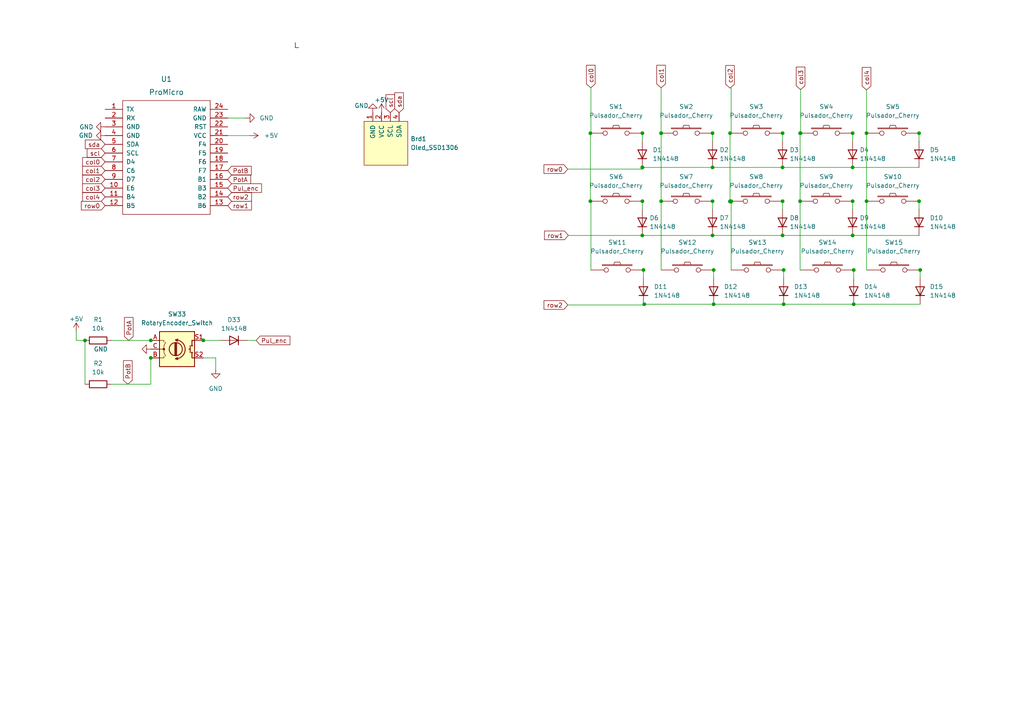
<source format=kicad_sch>
(kicad_sch (version 20211123) (generator eeschema)
  (paper "A4")
  (title_block (title "KeMacro") (date "2022-11-01") (rev "1.0"))
  (lib_symbols
    (symbol "Componentes:1N4148" (pin_numbers hide) (pin_names hide)
      (property "Reference" "D" (at 0 2.54 0))
      (property "Value" "1N4148" (at 0 -2.54 0))
      (symbol "1N4148_0_1"
        (polyline (pts (xy -1.27 1.27) (xy -1.27 -1.27)) (stroke (width 0.254)))
        (polyline (pts (xy 1.27 0) (xy -1.27 0)))
        (polyline (pts (xy 1.27 1.27) (xy 1.27 -1.27) (xy -1.27 0) (xy 1.27 1.27)) (stroke (width 0.254)))
      )
      (symbol "1N4148_1_1"
        (pin passive line (at -3.81 0 0) (length 2.54) (name "K") (number "1"))
        (pin passive line (at 3.81 0 180) (length 2.54) (name "A") (number "2"))
      )
    )
    (symbol "Componentes:Oled_SSD1306" (pin_names (offset 1.016))
      (property "Reference" "Brd" (at 0 -3.81 0))
      (property "Value" "Oled_SSD1306" (at 0 -1.27 0))
      (symbol "Oled_SSD1306_0_1"
        (rectangle (start -6.35 6.35) (end 6.35 -6.35) (fill (type background)))
      )
      (symbol "Oled_SSD1306_1_1"
        (pin input line (at -3.81 8.89 270) (length 2.54) (name "GND") (number "1"))
        (pin input line (at -1.27 8.89 270) (length 2.54) (name "VCC") (number "2"))
        (pin input line (at 1.27 8.89 270) (length 2.54) (name "SCL") (number "3"))
        (pin input line (at 3.81 8.89 270) (length 2.54) (name "SDA") (number "4"))
      )
    )
    (symbol "Componentes:ProMicro" (pin_names (offset 1.016))
      (property "Reference" "U" (at 0 24.13 0))
      (property "Value" "ProMicro" (at 0 -13.97 0))
      (symbol "ProMicro_0_1"
        (rectangle (start -12.7 21.59) (end 12.7 -11.43))
      )
      (symbol "ProMicro_1_1"
        (pin bidirectional line (at -17.78 19.05 0) (length 5.08) (name "TX") (number "1"))
        (pin bidirectional line (at -17.78 -3.81 0) (length 5.08) (name "E6") (number "10"))
        (pin bidirectional line (at -17.78 -6.35 0) (length 5.08) (name "B4") (number "11"))
        (pin bidirectional line (at -17.78 -8.89 0) (length 5.08) (name "B5") (number "12"))
        (pin bidirectional line (at 17.78 -8.89 180) (length 5.08) (name "B6") (number "13"))
        (pin bidirectional line (at 17.78 -6.35 180) (length 5.08) (name "B2") (number "14"))
        (pin bidirectional line (at 17.78 -3.81 180) (length 5.08) (name "B3") (number "15"))
        (pin bidirectional line (at 17.78 -1.27 180) (length 5.08) (name "B1") (number "16"))
        (pin bidirectional line (at 17.78 1.27 180) (length 5.08) (name "F7") (number "17"))
        (pin bidirectional line (at 17.78 3.81 180) (length 5.08) (name "F6") (number "18"))
        (pin bidirectional line (at 17.78 6.35 180) (length 5.08) (name "F5") (number "19"))
        (pin bidirectional line (at -17.78 16.51 0) (length 5.08) (name "RX") (number "2"))
        (pin bidirectional line (at 17.78 8.89 180) (length 5.08) (name "F4") (number "20"))
        (pin power_in line (at 17.78 11.43 180) (length 5.08) (name "VCC") (number "21"))
        (pin input line (at 17.78 13.97 180) (length 5.08) (name "RST") (number "22"))
        (pin power_in line (at 17.78 16.51 180) (length 5.08) (name "GND") (number "23"))
        (pin power_out line (at 17.78 19.05 180) (length 5.08) (name "RAW") (number "24"))
        (pin power_in line (at -17.78 13.97 0) (length 5.08) (name "GND") (number "3"))
        (pin power_in line (at -17.78 11.43 0) (length 5.08) (name "GND") (number "4"))
        (pin bidirectional line (at -17.78 8.89 0) (length 5.08) (name "SDA") (number "5"))
        (pin bidirectional line (at -17.78 6.35 0) (length 5.08) (name "SCL") (number "6"))
        (pin bidirectional line (at -17.78 3.81 0) (length 5.08) (name "D4") (number "7"))
        (pin bidirectional line (at -17.78 1.27 0) (length 5.08) (name "C6") (number "8"))
        (pin bidirectional line (at -17.78 -1.27 0) (length 5.08) (name "D7") (number "9"))
      )
    )
    (symbol "Componentes:Pulsador_Cherry" (pin_numbers hide) (pin_names (offset 1.016) hide)
      (property "Reference" "SW1" (at 0 7.62 0))
      (property "Value" "Pulsador_Cherry" (at 0 5.08 0))
      (symbol "Pulsador_Cherry_0_1"
        (rectangle (start -4.318 1.27) (end 4.318 1.524))
        (polyline (pts (xy -1.016 1.524) (xy -0.762 2.286) (xy 0.762 2.286) (xy 1.016 1.524)))
        (pin passive inverted (at -7.62 0 0) (length 5.08) (name "1") (number "1"))
        (pin passive inverted (at 7.62 0 180) (length 5.08) (name "2") (number "2"))
      )
    )
    (symbol "Componentes:Resistencia" (pin_numbers hide) (pin_names (offset 0))
      (property "Reference" "R" (at 2.032 0 90))
      (property "Value" "Resistencia" (at 0 0 90))
      (symbol "Resistencia_0_1"
        (rectangle (start -1.016 -2.54) (end 1.016 2.54) (stroke (width 0.254)))
      )
      (symbol "Resistencia_1_1"
        (pin passive line (at 0 3.81 270) (length 1.27) (name "~") (number "1"))
        (pin passive line (at 0 -3.81 90) (length 1.27) (name "~") (number "2"))
      )
    )
    (symbol "Componentes:RotaryEncoder_Switch" (pin_names (offset 0.254) hide)
      (property "Reference" "SW" (at 0 6.604 0))
      (property "Value" "RotaryEncoder_Switch" (at 0 -6.604 0))
      (symbol "RotaryEncoder_Switch_0_1"
        (rectangle (start -5.08 5.08) (end 5.08 -5.08) (stroke (width 0.254)) (fill (type background)))
        (circle (center -3.81 0) (radius 0.254) (fill (type outline)))
        (arc (start -0.381 -2.794) (mid 2.3622 -0.0508) (end -0.381 2.667) (stroke (width 0.254)))
        (circle (center -0.381 0) (radius 1.905) (stroke (width 0.254)))
        (polyline (pts (xy -0.635 -1.778) (xy -0.635 1.778)) (stroke (width 0.254)))
        (polyline (pts (xy -0.381 -1.778) (xy -0.381 1.778)) (stroke (width 0.254)))
        (polyline (pts (xy -0.127 1.778) (xy -0.127 -1.778)) (stroke (width 0.254)))
        (polyline (pts (xy 3.81 0) (xy 3.429 0)) (stroke (width 0.254)))
        (polyline (pts (xy 3.81 1.016) (xy 3.81 -1.016)) (stroke (width 0.254)))
        (polyline (pts (xy -5.08 -2.54) (xy -3.81 -2.54) (xy -3.81 -2.032)))
        (polyline (pts (xy -5.08 2.54) (xy -3.81 2.54) (xy -3.81 2.032)))
        (polyline (pts (xy 0.254 -3.048) (xy -0.508 -2.794) (xy 0.127 -2.413)) (stroke (width 0.254)))
        (polyline (pts (xy 0.254 2.921) (xy -0.508 2.667) (xy 0.127 2.286)) (stroke (width 0.254)))
        (polyline (pts (xy 5.08 -2.54) (xy 4.318 -2.54) (xy 4.318 -1.016)) (stroke (width 0.254)))
        (polyline (pts (xy 5.08 2.54) (xy 4.318 2.54) (xy 4.318 1.016)) (stroke (width 0.254)))
        (polyline (pts (xy -5.08 0) (xy -3.81 0) (xy -3.81 -1.016) (xy -3.302 -2.032)))
        (polyline (pts (xy -4.318 0) (xy -3.81 0) (xy -3.81 1.016) (xy -3.302 2.032)))
        (circle (center 4.318 -1.016) (radius 0.127) (stroke (width 0.254)))
        (circle (center 4.318 1.016) (radius 0.127) (stroke (width 0.254)))
      )
      (symbol "RotaryEncoder_Switch_1_1"
        (pin passive line (at -7.62 2.54 0) (length 2.54) (name "A") (number "A"))
        (pin passive line (at -7.62 -2.54 0) (length 2.54) (name "B") (number "B"))
        (pin passive line (at -7.62 0 0) (length 2.54) (name "C") (number "C"))
        (pin passive line (at 7.62 2.54 180) (length 2.54) (name "S1") (number "S1"))
        (pin passive line (at 7.62 -2.54 180) (length 2.54) (name "S2") (number "S2"))
      )
    )
    (symbol "power:+5V" (power) (pin_names (offset 0))
      (property "Value" "+5V" (at 0 3.556 0))
      (symbol "+5V_0_1"
        (polyline (pts (xy -0.762 1.27) (xy 0 2.54)))
        (polyline (pts (xy 0 0) (xy 0 2.54)))
        (polyline (pts (xy 0 2.54) (xy 0.762 1.27)))
      )
      (symbol "+5V_1_1"
        (pin power_in line (at 0 0 90) (length 0) hide (name "+5V") (number "1"))
      )
    )
    (symbol "power:GND" (power) (pin_names (offset 0))
      (property "Value" "GND" (at 0 -3.81 0))
      (symbol "GND_0_1"
        (polyline (pts (xy 0 0) (xy 0 -1.27) (xy 1.27 -1.27) (xy 0 -2.54) (xy -1.27 -1.27) (xy 0 -1.27)))
      )
      (symbol "GND_1_1"
        (pin power_in line (at 0 0 270) (length 0) hide (name "GND") (number "1"))
      )
    )
  )
  (junction (at 191.7587 58.3567))
  (junction (at 212.0652 58.4779))
  (junction (at 186.3359 48.5612))
  (junction (at 171.2346 38.6262))
  (junction (at 186.3089 58.3567))
  (junction (at 251.3264 58.3567))
  (junction (at 186.633 78.3075))
  (junction (at 226.9811 58.3567))
  (junction (at 43.7373 103.8044))
  (junction (at 226.9676 68.2917))
  (junction (at 186.2954 68.2917))
  (junction (at 247.3011 38.6262))
  (junction (at 247.6117 88.2425))
  (junction (at 211.7411 58.4779))
  (junction (at 211.7411 58.3567))
  (junction (at 186.2954 48.5612))
  (junction (at 266.5664 38.6262))
  (junction (at 232.0611 38.6262))
  (junction (at 247.2876 68.2917))
  (junction (at 43.7373 98.7244))
  (junction (at 226.9676 48.5612))
  (junction (at 186.3089 38.6262))
  (junction (at 206.6611 58.3567))
  (junction (at 206.9987 78.3075))
  (junction (at 232.0611 58.3567))
  (junction (at 206.6611 48.5612))
  (junction (at 191.7452 38.6262))
  (junction (at 24.6515 98.7434))
  (junction (at 191.7587 38.6262))
  (junction (at 232.2028 38.6262))
  (junction (at 227.3052 78.3075))
  (junction (at 227.2917 88.2425))
  (junction (at 206.9852 88.2425))
  (junction (at 171.2346 58.3567))
  (junction (at 58.9773 98.7244))
  (junction (at 266.8905 78.3075))
  (junction (at 206.6611 68.2917))
  (junction (at 247.2876 48.5612))
  (junction (at 212.0652 58.3567))
  (junction (at 247.6252 78.3075))
  (junction (at 211.7411 38.6262))
  (junction (at 251.3264 38.6262))
  (junction (at 266.5664 58.3567))
  (junction (at 226.9811 38.6262))
  (junction (at 186.8639 88.2425))
  (junction (at 206.6611 38.6262))
  (junction (at 247.3011 58.3567))
  (wire (pts (xy 232.3852 38.6262) (xy 232.2028 38.6262)))
  (wire (pts (xy 186.2954 68.2917) (xy 164.8341 68.2917)))
  (wire (pts (xy 186.2954 68.2917) (xy 206.6611 68.2917)))
  (wire (pts (xy 186.3359 48.5612) (xy 206.6611 48.5612)))
  (wire (pts (xy 251.3264 26.0969) (xy 251.3264 38.6262)))
  (wire (pts (xy 58.9773 98.733) (xy 58.9773 98.7244)))
  (wire (pts (xy 186.6195 78.3075) (xy 186.633 78.3075)))
  (wire (pts (xy 247.2876 38.6262) (xy 247.3011 38.6262)))
  (wire (pts (xy 232.2028 25.9872) (xy 232.2028 38.6262)))
  (wire (pts (xy 191.7587 38.6262) (xy 191.7587 58.3567)))
  (wire (pts (xy 186.2954 48.5612) (xy 186.3359 48.5612)))
  (wire (pts (xy 266.877 80.6225) (xy 266.877 78.3075)))
  (wire (pts (xy 206.6476 38.6262) (xy 206.6611 38.6262)))
  (wire (pts (xy 232.0611 58.3567) (xy 232.0611 78.3075)))
  (wire (pts (xy 186.2954 58.3567) (xy 186.3089 58.3567)))
  (wire (pts (xy 247.2876 58.3567) (xy 247.3011 58.3567)))
  (wire (pts (xy 212.0652 58.4779) (xy 212.0652 58.3567)))
  (wire (pts (xy 266.5529 40.9412) (xy 266.5529 38.6262)))
  (wire (pts (xy 186.2954 49.049) (xy 186.2954 48.5612)))
  (wire (pts (xy 251.3264 58.3567) (xy 251.3264 78.3075)))
  (wire (pts (xy 191.7452 25.4657) (xy 191.7452 38.6262)))
  (wire (pts (xy 226.9676 38.6262) (xy 226.9811 38.6262)))
  (wire (pts (xy 66.0501 34.2444) (xy 71.2415 34.2444)))
  (wire (pts (xy 247.6117 78.3075) (xy 247.6252 78.3075)))
  (wire (pts (xy 212.0652 25.5389) (xy 211.7411 25.5389)))
  (wire (pts (xy 58.9773 103.8044) (xy 62.5699 103.8044)))
  (wire (pts (xy 74.2923 98.7405) (xy 74.2923 98.7319)))
  (wire (pts (xy 171.2346 58.3567) (xy 171.0689 58.3567)))
  (wire (pts (xy 164.6695 49.049) (xy 186.2954 49.049)))
  (wire (pts (xy 43.7373 98.7434) (xy 43.7373 98.7244)))
  (wire (pts (xy 206.9852 78.3075) (xy 206.9987 78.3075)))
  (wire (pts (xy 226.9676 68.2917) (xy 247.2876 68.2917)))
  (wire (pts (xy 206.6611 48.5612) (xy 226.9676 48.5612)))
  (wire (pts (xy 247.2876 60.6717) (xy 247.2876 58.3567)))
  (wire (pts (xy 247.6117 88.2425) (xy 266.877 88.2425)))
  (wire (pts (xy 247.6117 80.6225) (xy 247.6117 78.3075)))
  (wire (pts (xy 206.6611 68.2917) (xy 226.9676 68.2917)))
  (wire (pts (xy 206.6476 58.3567) (xy 206.6611 58.3567)))
  (wire (pts (xy 226.9676 58.3567) (xy 226.9811 58.3567)))
  (wire (pts (xy 212.0652 58.3567) (xy 211.7411 58.3567)))
  (wire (pts (xy 22.1115 98.7434) (xy 24.6515 98.7434)))
  (wire (pts (xy 164.685 88.454) (xy 186.8639 88.454)))
  (wire (pts (xy 212.0652 38.6262) (xy 212.0652 25.5389)))
  (wire (pts (xy 226.9676 48.5612) (xy 247.2876 48.5612)))
  (wire (pts (xy 171.2346 38.6262) (xy 171.393 38.6262)))
  (wire (pts (xy 247.2876 40.9412) (xy 247.2876 38.6262)))
  (wire (pts (xy 232.0611 78.3075) (xy 232.3852 78.3075)))
  (wire (pts (xy 186.8639 88.2425) (xy 206.9852 88.2425)))
  (wire (pts (xy 171.393 25.4657) (xy 171.3529 25.4657)))
  (wire (pts (xy 186.2954 40.9412) (xy 186.2954 38.6262)))
  (wire (pts (xy 186.2954 38.6262) (xy 186.3089 38.6262)))
  (wire (pts (xy 227.2917 88.2425) (xy 247.6117 88.2425)))
  (wire (pts (xy 43.7415 103.8044) (xy 43.7415 111.4434)))
  (wire (pts (xy 186.6195 88.2425) (xy 186.8639 88.2425)))
  (wire (pts (xy 62.5699 103.8044) (xy 62.5699 107.1554)))
  (wire (pts (xy 191.7452 38.6262) (xy 191.4211 38.6262)))
  (wire (pts (xy 266.5529 60.6717) (xy 266.5529 58.3567)))
  (wire (pts (xy 227.2917 78.3075) (xy 227.3052 78.3075)))
  (wire (pts (xy 211.7411 58.3567) (xy 211.7411 58.4779)))
  (wire (pts (xy 206.6611 60.6717) (xy 206.6611 58.3567)))
  (wire (pts (xy 171.393 78.3075) (xy 171.393 58.3567)))
  (wire (pts (xy 266.5529 38.6262) (xy 266.5664 38.6262)))
  (wire (pts (xy 186.6195 80.6225) (xy 186.6195 78.3075)))
  (wire (pts (xy 266.877 78.3075) (xy 266.8905 78.3075)))
  (wire (pts (xy 71.6804 98.733) (xy 74.2923 98.7405)))
  (wire (pts (xy 32.2715 98.7434) (xy 43.7373 98.7434)))
  (wire (pts (xy 247.2876 68.2917) (xy 266.5529 68.2917)))
  (wire (pts (xy 212.0652 78.3075) (xy 212.0652 58.4779)))
  (wire (pts (xy 191.7587 58.3567) (xy 191.7587 78.3075)))
  (wire (pts (xy 226.9676 60.6717) (xy 226.9676 58.3567)))
  (wire (pts (xy 211.7411 58.4779) (xy 212.0652 58.4779)))
  (wire (pts (xy 251.6505 38.6262) (xy 251.3264 38.6262)))
  (wire (pts (xy 206.9852 80.6225) (xy 206.9852 78.3075)))
  (polyline (pts (xy 85.6601 12.3552) (xy 85.6601 13.8032)))
  (wire (pts (xy 206.9852 88.2425) (xy 227.2917 88.2425)))
  (wire (pts (xy 164.8341 68.2917) (xy 164.8341 68.2634)))
  (wire (pts (xy 227.2917 80.6225) (xy 227.2917 78.3075)))
  (wire (pts (xy 171.2346 58.3567) (xy 171.2346 38.6262)))
  (wire (pts (xy 191.7587 38.6262) (xy 191.7452 38.6262)))
  (wire (pts (xy 43.7415 111.4434) (xy 32.2715 111.4434)))
  (wire (pts (xy 171.0689 38.6262) (xy 171.2346 38.6262)))
  (wire (pts (xy 186.8639 88.454) (xy 186.8639 88.2425)))
  (wire (pts (xy 24.6515 111.4434) (xy 24.6515 98.7434)))
  (wire (pts (xy 22.1115 96.2034) (xy 22.1115 98.7434)))
  (wire (pts (xy 232.2028 38.6262) (xy 232.0611 38.6262)))
  (wire (pts (xy 247.2876 48.5612) (xy 266.5529 48.5612)))
  (wire (pts (xy 251.3264 78.3075) (xy 251.6505 78.3075)))
  (wire (pts (xy 171.393 58.3567) (xy 171.2346 58.3567)))
  (wire (pts (xy 43.7373 103.8044) (xy 43.7415 103.8044)))
  (wire (pts (xy 64.0604 98.733) (xy 58.9773 98.733)))
  (wire (pts (xy 206.6611 40.9412) (xy 206.6611 38.6262)))
  (wire (pts (xy 226.9676 40.9412) (xy 226.9676 38.6262)))
  (polyline (pts (xy 85.6601 13.8032) (xy 86.6254 13.8032)))
  (wire (pts (xy 266.5529 58.3567) (xy 266.5664 58.3567)))
  (wire (pts (xy 211.7411 38.6262) (xy 211.7411 58.3567)))
  (wire (pts (xy 212.0652 38.6262) (xy 211.7411 38.6262)))
  (wire (pts (xy 171.393 38.6262) (xy 171.393 25.4657)))
  (wire (pts (xy 191.7587 58.3567) (xy 191.4211 58.3567)))
  (wire (pts (xy 186.2954 60.6717) (xy 186.2954 58.3567)))
  (wire (pts (xy 232.0611 38.6262) (xy 232.0611 58.3567)))
  (wire (pts (xy 251.3264 38.6262) (xy 251.3264 58.3567)))
  (wire (pts (xy 66.0501 39.3244) (xy 72.3376 39.3244)))
  (global_label "col1" (shape input) (at 191.7452 25.4657 90) (property "Referencias entre hojas" "${INTERSHEET_REFS}" (effects hide)))
  (global_label "col2" (shape input) (at 211.7411 25.5389 90) (property "Referencias entre hojas" "${INTERSHEET_REFS}" (effects hide)))
  (global_label "Pul_enc" (shape input) (at 66.0501 54.5644 0) (property "Intersheet References" "${INTERSHEET_REFS}" (effects hide)))
  (global_label "col3" (shape input) (at 232.2028 25.9872 90) (property "Referencias entre hojas" "${INTERSHEET_REFS}" (effects hide)))
  (global_label "PotA" (shape input) (at 66.0501 52.0244 0) (property "Intersheet References" "${INTERSHEET_REFS}" (effects hide)))
  (global_label "row1" (shape input) (at 66.0501 59.6444 0) (property "Referencias entre hojas" "${INTERSHEET_REFS}" (effects hide)))
  (global_label "col0" (shape input) (at 30.4901 46.9444 180) (property "Referencias entre hojas" "${INTERSHEET_REFS}" (effects hide)))
  (global_label "row0" (shape input) (at 164.6695 49.049 180) (property "Referencias entre hojas" "${INTERSHEET_REFS}" (effects hide)))
  (global_label "sda" (shape input) (at 30.4901 41.8644 180) (property "Intersheet References" "${INTERSHEET_REFS}" (effects hide)))
  (global_label "scl" (shape input) (at 30.4901 44.4044 180) (property "Intersheet References" "${INTERSHEET_REFS}" (effects hide)))
  (global_label "row1" (shape input) (at 164.8341 68.2634 180) (property "Referencias entre hojas" "${INTERSHEET_REFS}" (effects hide)))
  (global_label "PotB" (shape input) (at 66.0501 49.4844 0) (property "Intersheet References" "${INTERSHEET_REFS}" (effects hide)))
  (global_label "row0" (shape input) (at 30.4901 59.6444 180) (property "Referencias entre hojas" "${INTERSHEET_REFS}" (effects hide)))
  (global_label "PotA" (shape input) (at 37.3535 98.7434 90) (property "Intersheet References" "${INTERSHEET_REFS}" (effects hide)))
  (global_label "Pul_enc" (shape input) (at 74.2923 98.7319 0) (property "Intersheet References" "${INTERSHEET_REFS}" (effects hide)))
  (global_label "sda" (shape input) (at 115.7504 32.6543 90) (property "Intersheet References" "${INTERSHEET_REFS}" (effects hide)))
  (global_label "row2" (shape input) (at 66.0501 57.1044 0) (property "Referencias entre hojas" "${INTERSHEET_REFS}" (effects hide)))
  (global_label "col4" (shape input) (at 251.3264 26.0969 90) (property "Referencias entre hojas" "${INTERSHEET_REFS}" (effects hide)))
  (global_label "col0" (shape input) (at 171.3529 25.4657 90) (property "Referencias entre hojas" "${INTERSHEET_REFS}" (effects hide)))
  (global_label "col1" (shape input) (at 30.4901 49.4844 180) (property "Referencias entre hojas" "${INTERSHEET_REFS}" (effects hide)))
  (global_label "row2" (shape input) (at 164.685 88.454 180) (property "Referencias entre hojas" "${INTERSHEET_REFS}" (effects hide)))
  (global_label "scl" (shape input) (at 113.2104 32.6543 90) (property "Intersheet References" "${INTERSHEET_REFS}" (effects hide)))
  (global_label "col3" (shape input) (at 30.4901 54.5644 180) (property "Referencias entre hojas" "${INTERSHEET_REFS}" (effects hide)))
  (global_label "col2" (shape input) (at 30.4901 52.0244 180) (property "Referencias entre hojas" "${INTERSHEET_REFS}" (effects hide)))
  (global_label "PotB" (shape input) (at 37.0675 111.4434 90) (property "Intersheet References" "${INTERSHEET_REFS}" (effects hide)))
  (global_label "col4" (shape input) (at 30.4901 57.1044 180) (property "Referencias entre hojas" "${INTERSHEET_REFS}" (effects hide)))
  (symbol (lib_id "Componentes:1N4148") (at 227.2917 84.4325 90) (unit 1)
    (property "Reference" "D13" (at 230.2899 83.1624 90) (effects (justify right)))
    (property "Value" "1N4148" (at 230.2899 85.7024 90) (effects (justify right)))
    (property "Footprint" "Diode_THT:D_DO-35_SOD27_P7.62mm_Horizontal" (effects hide))
    (property "Datasheet" "https://assets.nexperia.com/documents/data-sheet/1N4148_1N4448.pdf" (effects hide))
  )
  (symbol (lib_id "Componentes:1N4148") (at 206.6611 44.7512 90) (unit 1)
    (property "Reference" "D2" (at 208.6999 43.4811 90) (effects (justify right)))
    (property "Value" "1N4148" (at 208.6999 46.0211 90) (effects (justify right)))
    (property "Footprint" "Diode_THT:D_DO-35_SOD27_P7.62mm_Horizontal" (effects hide))
    (property "Datasheet" "https://assets.nexperia.com/documents/data-sheet/1N4148_1N4448.pdf" (effects hide))
  )
  (symbol (lib_id "power:GND") (at 30.4901 36.7844 270) (unit 1)
    (property "Reference" "#PWR0101" (effects hide))
    (property "Value" "GND" (at 23.0199 36.8269 90) (effects (justify left)))
  )
  (symbol (lib_id "Componentes:RotaryEncoder_Switch") (at 51.3573 101.2644 0) (unit 1)
    (property "Reference" "SW33" (at 51.3573 91.1234 0))
    (property "Value" "RotaryEncoder_Switch" (at 51.3573 93.6634 0))
    (property "Footprint" "Mis_Huellas:RotaryEncoder_Alps_EC11E-Switch_Vertical_H20mm" (effects hide))
  )
  (symbol (lib_id "power:GND") (at 71.2415 34.2444 90) (unit 1)
    (property "Reference" "#PWR0104" (effects hide))
    (property "Value" "GND" (at 75.2686 34.2443 90) (effects (justify right)))
  )
  (symbol (lib_id "Componentes:Pulsador_Cherry") (at 179.013 78.3075 0) (unit 1)
    (property "Reference" "SW11" (at 179.013 70.3222 0))
    (property "Value" "Pulsador_Cherry" (at 179.013 72.8622 0))
    (property "Footprint" "Button_Switch_Keyboard:SW_Cherry_MX_1.00u_PCB" (effects hide))
  )
  (symbol (lib_id "power:GND") (at 108.1304 32.6543 180) (unit 1)
    (property "Reference" "#PWR0114" (effects hide))
    (property "Value" "GND" (at 102.8005 30.6398 0) (effects (justify right)))
  )
  (symbol (lib_id "Componentes:1N4148") (at 67.8704 98.733 180) (unit 1)
    (property "Reference" "D33" (at 67.8704 92.751 0))
    (property "Value" "1N4148" (at 67.8704 95.291 0))
    (property "Footprint" "Diode_THT:D_DO-35_SOD27_P7.62mm_Horizontal" (effects hide))
    (property "Datasheet" "https://assets.nexperia.com/documents/data-sheet/1N4148_1N4448.pdf" (effects hide))
  )
  (symbol (lib_id "power:+5V") (at 72.3376 39.3244 270) (unit 1)
    (property "Reference" "#PWR0103" (effects hide))
    (property "Value" "+5V" (at 76.575 39.3243 90) (effects (justify left)))
  )
  (symbol (lib_id "Componentes:1N4148") (at 266.877 84.4325 90) (unit 1)
    (property "Reference" "D15" (at 269.6599 83.1624 90) (effects (justify right)))
    (property "Value" "1N4148" (at 269.6599 85.7024 90) (effects (justify right)))
    (property "Footprint" "Diode_THT:D_DO-35_SOD27_P7.62mm_Horizontal" (effects hide))
    (property "Datasheet" "https://assets.nexperia.com/documents/data-sheet/1N4148_1N4448.pdf" (effects hide))
  )
  (symbol (lib_id "power:+5V") (at 22.1115 96.2034 0) (unit 1)
    (property "Reference" "#PWR0107" (effects hide))
    (property "Value" "+5V" (at 22.1073 92.5204 0))
  )
  (symbol (lib_id "Componentes:1N4148") (at 186.2954 44.7512 90) (unit 1)
    (property "Reference" "D1" (at 189.2752 43.4811 90) (effects (justify right)))
    (property "Value" "1N4148" (at 189.2752 46.0211 90) (effects (justify right)))
    (property "Footprint" "Diode_THT:D_DO-35_SOD27_P7.62mm_Horizontal" (effects hide))
    (property "Datasheet" "https://assets.nexperia.com/documents/data-sheet/1N4148_1N4448.pdf" (effects hide))
  )
  (symbol (lib_id "Componentes:1N4148") (at 247.2876 64.4817 90) (unit 1)
    (property "Reference" "D9" (at 249.3399 63.2116 90) (effects (justify right)))
    (property "Value" "1N4148" (at 249.3399 65.7516 90) (effects (justify right)))
    (property "Footprint" "Diode_THT:D_DO-35_SOD27_P7.62mm_Horizontal" (effects hide))
    (property "Datasheet" "https://assets.nexperia.com/documents/data-sheet/1N4148_1N4448.pdf" (effects hide))
  )
  (symbol (lib_id "Componentes:1N4148") (at 226.9676 44.7512 90) (unit 1)
    (property "Reference" "D3" (at 229.0199 43.4811 90) (effects (justify right)))
    (property "Value" "1N4148" (at 229.0199 46.0211 90) (effects (justify right)))
    (property "Footprint" "Diode_THT:D_DO-35_SOD27_P7.62mm_Horizontal" (effects hide))
    (property "Datasheet" "https://assets.nexperia.com/documents/data-sheet/1N4148_1N4448.pdf" (effects hide))
  )
  (symbol (lib_id "Componentes:Pulsador_Cherry") (at 199.3787 78.3075 0) (unit 1)
    (property "Reference" "SW12" (at 199.3787 70.3222 0))
    (property "Value" "Pulsador_Cherry" (at 199.3787 72.8622 0))
    (property "Footprint" "Button_Switch_Keyboard:SW_Cherry_MX_1.00u_PCB" (effects hide))
  )
  (symbol (lib_id "Componentes:Pulsador_Cherry") (at 199.0411 58.3567 0) (unit 1)
    (property "Reference" "SW7" (at 199.0411 51.2722 0))
    (property "Value" "Pulsador_Cherry" (at 199.0411 53.8122 0))
    (property "Footprint" "Button_Switch_Keyboard:SW_Cherry_MX_1.00u_PCB" (effects hide))
  )
  (symbol (lib_id "Componentes:1N4148") (at 266.5529 44.7512 90) (unit 1)
    (property "Reference" "D5" (at 269.6599 43.4811 90) (effects (justify right)))
    (property "Value" "1N4148" (at 269.6599 46.0211 90) (effects (justify right)))
    (property "Footprint" "Diode_THT:D_DO-35_SOD27_P7.62mm_Horizontal" (effects hide))
    (property "Datasheet" "https://assets.nexperia.com/documents/data-sheet/1N4148_1N4448.pdf" (effects hide))
  )
  (symbol (lib_id "power:+5V") (at 110.6704 32.6543 0) (unit 1)
    (property "Reference" "#PWR0113" (effects hide))
    (property "Value" "+5V" (at 110.6662 28.9713 0))
  )
  (symbol (lib_id "Componentes:Resistencia") (at 28.4615 98.7434 90) (unit 1)
    (property "Reference" "R1" (at 28.4615 92.6987 90))
    (property "Value" "10k" (at 28.4615 95.2387 90))
    (property "Footprint" "Mis_Huellas:Resistencia" (effects hide))
  )
  (symbol (lib_id "Componentes:1N4148") (at 247.2876 44.7512 90) (unit 1)
    (property "Reference" "D4" (at 249.3399 43.4811 90) (effects (justify right)))
    (property "Value" "1N4148" (at 249.3399 46.0211 90) (effects (justify right)))
    (property "Footprint" "Diode_THT:D_DO-35_SOD27_P7.62mm_Horizontal" (effects hide))
    (property "Datasheet" "https://assets.nexperia.com/documents/data-sheet/1N4148_1N4448.pdf" (effects hide))
  )
  (symbol (lib_id "Componentes:Pulsador_Cherry") (at 239.6811 58.3567 0) (unit 1)
    (property "Reference" "SW9" (at 239.6811 51.2722 0))
    (property "Value" "Pulsador_Cherry" (at 239.6811 53.8122 0))
    (property "Footprint" "Button_Switch_Keyboard:SW_Cherry_MX_1.00u_PCB" (effects hide))
  )
  (symbol (lib_id "Componentes:Pulsador_Cherry") (at 178.6889 58.3567 0) (unit 1)
    (property "Reference" "SW6" (at 178.6889 51.2722 0))
    (property "Value" "Pulsador_Cherry" (at 178.6889 53.8122 0))
    (property "Footprint" "Button_Switch_Keyboard:SW_Cherry_MX_1.00u_PCB" (effects hide))
  )
  (symbol (lib_id "Componentes:1N4148") (at 186.2954 64.4817 90) (unit 1)
    (property "Reference" "D6" (at 188.3799 63.2116 90) (effects (justify right)))
    (property "Value" "1N4148" (at 188.3799 65.7516 90) (effects (justify right)))
    (property "Footprint" "Diode_THT:D_DO-35_SOD27_P7.62mm_Horizontal" (effects hide))
    (property "Datasheet" "https://assets.nexperia.com/documents/data-sheet/1N4148_1N4448.pdf" (effects hide))
  )
  (symbol (lib_id "Componentes:ProMicro") (at 48.2701 50.7544 0) (unit 1)
    (property "Reference" "U1" (at 48.2701 22.9316 0) (effects (font (size 1.524 1.524))))
    (property "Value" "ProMicro" (at 48.2701 26.7416 0) (effects (font (size 1.524 1.524))))
    (property "Footprint" "Mis_Huellas:Pro_Micro" (effects hide))
  )
  (symbol (lib_id "Componentes:Pulsador_Cherry") (at 178.6889 38.6262 0) (unit 1)
    (property "Reference" "SW1" (at 178.6889 30.9522 0))
    (property "Value" "Pulsador_Cherry" (at 178.6889 33.4922 0))
    (property "Footprint" "Button_Switch_Keyboard:SW_Cherry_MX_1.00u_PCB" (effects hide))
  )
  (symbol (lib_id "Componentes:1N4148") (at 226.9676 64.4817 90) (unit 1)
    (property "Reference" "D8" (at 229.0199 63.2116 90) (effects (justify right)))
    (property "Value" "1N4148" (at 229.0199 65.7516 90) (effects (justify right)))
    (property "Footprint" "Diode_THT:D_DO-35_SOD27_P7.62mm_Horizontal" (effects hide))
    (property "Datasheet" "https://assets.nexperia.com/documents/data-sheet/1N4148_1N4448.pdf" (effects hide))
  )
  (symbol (lib_id "Componentes:Pulsador_Cherry") (at 219.3611 38.6262 0) (unit 1)
    (property "Reference" "SW3" (at 219.3611 30.9522 0))
    (property "Value" "Pulsador_Cherry" (at 219.3611 33.4922 0))
    (property "Footprint" "Button_Switch_Keyboard:SW_Cherry_MX_1.00u_PCB" (effects hide))
  )
  (symbol (lib_id "Componentes:Pulsador_Cherry") (at 219.3611 58.3567 0) (unit 1)
    (property "Reference" "SW8" (at 219.3611 51.2722 0))
    (property "Value" "Pulsador_Cherry" (at 219.3611 53.8122 0))
    (property "Footprint" "Button_Switch_Keyboard:SW_Cherry_MX_1.00u_PCB" (effects hide))
  )
  (symbol (lib_id "Componentes:1N4148") (at 206.6611 64.4817 90) (unit 1)
    (property "Reference" "D7" (at 208.6999 63.2116 90) (effects (justify right)))
    (property "Value" "1N4148" (at 208.6999 65.7516 90) (effects (justify right)))
    (property "Footprint" "Diode_THT:D_DO-35_SOD27_P7.62mm_Horizontal" (effects hide))
    (property "Datasheet" "https://assets.nexperia.com/documents/data-sheet/1N4148_1N4448.pdf" (effects hide))
  )
  (symbol (lib_id "Componentes:Pulsador_Cherry") (at 219.6852 78.3075 0) (unit 1)
    (property "Reference" "SW13" (at 219.6852 70.3222 0))
    (property "Value" "Pulsador_Cherry" (at 219.6852 72.8622 0))
    (property "Footprint" "Button_Switch_Keyboard:SW_Cherry_MX_1.00u_PCB" (effects hide))
  )
  (symbol (lib_id "power:GND") (at 62.5699 107.1554 0) (unit 1)
    (property "Reference" "#PWR0105" (effects hide))
    (property "Value" "GND" (at 62.5699 112.7134 0))
  )
  (symbol (lib_id "Componentes:Pulsador_Cherry") (at 239.6811 38.6262 0) (unit 1)
    (property "Reference" "SW4" (at 239.6811 30.9522 0))
    (property "Value" "Pulsador_Cherry" (at 239.6811 33.4922 0))
    (property "Footprint" "Button_Switch_Keyboard:SW_Cherry_MX_1.00u_PCB" (effects hide))
  )
  (symbol (lib_id "Componentes:1N4148") (at 206.9852 84.4325 90) (unit 1)
    (property "Reference" "D12" (at 209.9699 83.1624 90) (effects (justify right)))
    (property "Value" "1N4148" (at 209.9699 85.7024 90) (effects (justify right)))
    (property "Footprint" "Diode_THT:D_DO-35_SOD27_P7.62mm_Horizontal" (effects hide))
    (property "Datasheet" "https://assets.nexperia.com/documents/data-sheet/1N4148_1N4448.pdf" (effects hide))
  )
  (symbol (lib_id "Componentes:1N4148") (at 186.6195 84.4325 90) (unit 1)
    (property "Reference" "D11" (at 189.6499 83.1624 90) (effects (justify right)))
    (property "Value" "1N4148" (at 189.6499 85.7024 90) (effects (justify right)))
    (property "Footprint" "Diode_THT:D_DO-35_SOD27_P7.62mm_Horizontal" (effects hide))
    (property "Datasheet" "https://assets.nexperia.com/documents/data-sheet/1N4148_1N4448.pdf" (effects hide))
  )
  (symbol (lib_id "Componentes:Pulsador_Cherry") (at 258.9464 58.3567 0) (unit 1)
    (property "Reference" "SW10" (at 258.9464 51.2722 0))
    (property "Value" "Pulsador_Cherry" (at 258.9464 53.8122 0))
    (property "Footprint" "Button_Switch_Keyboard:SW_Cherry_MX_1.00u_PCB" (effects hide))
  )
  (symbol (lib_id "Componentes:1N4148") (at 266.5529 64.4817 90) (unit 1)
    (property "Reference" "D10" (at 269.6599 63.2116 90) (effects (justify right)))
    (property "Value" "1N4148" (at 269.6599 65.7516 90) (effects (justify right)))
    (property "Footprint" "Diode_THT:D_DO-35_SOD27_P7.62mm_Horizontal" (effects hide))
    (property "Datasheet" "https://assets.nexperia.com/documents/data-sheet/1N4148_1N4448.pdf" (effects hide))
  )
  (symbol (lib_id "power:GND") (at 30.4901 39.3244 270) (unit 1)
    (property "Reference" "#PWR0102" (effects hide))
    (property "Value" "GND" (at 22.8443 39.2848 90) (effects (justify left)))
  )
  (symbol (lib_id "Componentes:Oled_SSD1306") (at 111.9404 41.5443 0) (unit 1)
    (property "Reference" "Brd1" (at 119.0688 40.2742 0) (effects (justify left)))
    (property "Value" "Oled_SSD1306" (at 119.0688 42.8142 0) (effects (justify left)))
    (property "Footprint" "Mis_Huellas:OLED_SSD1306" (effects hide))
  )
  (symbol (lib_id "Componentes:Pulsador_Cherry") (at 259.2705 78.3075 0) (unit 1)
    (property "Reference" "SW15" (at 259.2705 70.3222 0))
    (property "Value" "Pulsador_Cherry" (at 259.2705 72.8622 0))
    (property "Footprint" "Button_Switch_Keyboard:SW_Cherry_MX_1.00u_PCB" (effects hide))
  )
  (symbol (lib_id "Componentes:Pulsador_Cherry") (at 258.9464 38.6262 0) (unit 1)
    (property "Reference" "SW5" (at 258.9464 30.9522 0))
    (property "Value" "Pulsador_Cherry" (at 258.9464 33.4922 0))
    (property "Footprint" "Button_Switch_Keyboard:SW_Cherry_MX_1.00u_PCB" (effects hide))
  )
  (symbol (lib_id "Componentes:1N4148") (at 247.6117 84.4325 90) (unit 1)
    (property "Reference" "D14" (at 250.6099 83.1624 90) (effects (justify right)))
    (property "Value" "1N4148" (at 250.6099 85.7024 90) (effects (justify right)))
    (property "Footprint" "Diode_THT:D_DO-35_SOD27_P7.62mm_Horizontal" (effects hide))
    (property "Datasheet" "https://assets.nexperia.com/documents/data-sheet/1N4148_1N4448.pdf" (effects hide))
  )
  (symbol (lib_id "Componentes:Pulsador_Cherry") (at 240.0052 78.3075 0) (unit 1)
    (property "Reference" "SW14" (at 240.0052 70.3222 0))
    (property "Value" "Pulsador_Cherry" (at 240.0052 72.8622 0))
    (property "Footprint" "Button_Switch_Keyboard:SW_Cherry_MX_1.00u_PCB" (effects hide))
  )
  (symbol (lib_id "power:GND") (at 43.7373 101.2644 270) (unit 1)
    (property "Reference" "#PWR0106" (effects hide))
    (property "Value" "GND" (at 27.1915 101.2834 90) (effects (justify left)))
  )
  (symbol (lib_id "Componentes:Pulsador_Cherry") (at 199.0411 38.6262 0) (unit 1)
    (property "Reference" "SW2" (at 199.0411 30.9522 0))
    (property "Value" "Pulsador_Cherry" (at 199.0411 33.4922 0))
    (property "Footprint" "Button_Switch_Keyboard:SW_Cherry_MX_1.00u_PCB" (effects hide))
  )
  (symbol (lib_id "Componentes:Resistencia") (at 28.4615 111.4434 90) (unit 1)
    (property "Reference" "R2" (at 28.4615 105.3987 90))
    (property "Value" "10k" (at 28.4615 107.9387 90))
    (property "Footprint" "Mis_Huellas:Resistencia" (effects hide))
  )
)
</source>
